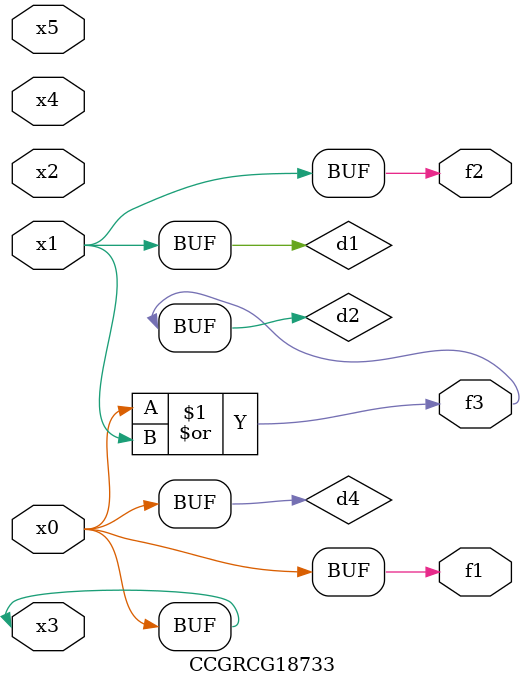
<source format=v>
module CCGRCG18733(
	input x0, x1, x2, x3, x4, x5,
	output f1, f2, f3
);

	wire d1, d2, d3, d4;

	and (d1, x1);
	or (d2, x0, x1);
	nand (d3, x0, x5);
	buf (d4, x0, x3);
	assign f1 = d4;
	assign f2 = d1;
	assign f3 = d2;
endmodule

</source>
